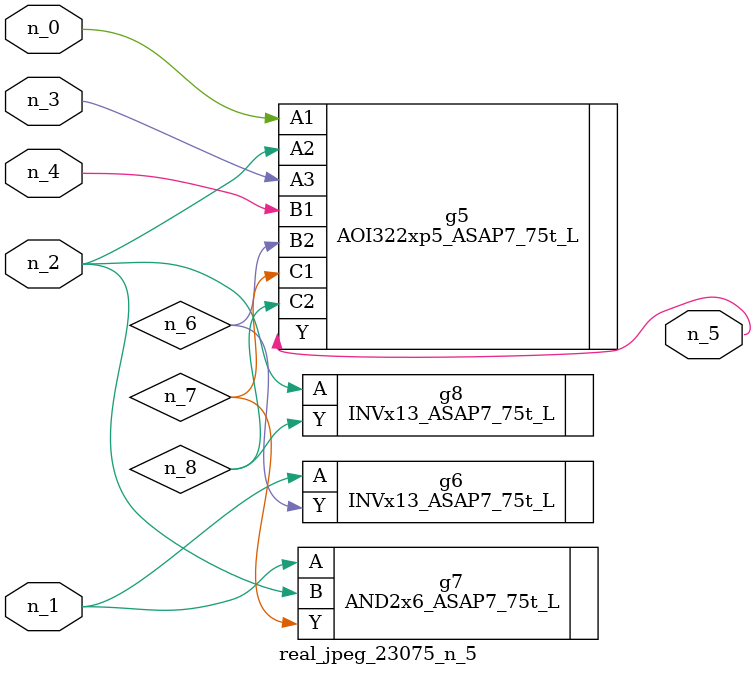
<source format=v>
module real_jpeg_23075_n_5 (n_4, n_0, n_1, n_2, n_3, n_5);

input n_4;
input n_0;
input n_1;
input n_2;
input n_3;

output n_5;

wire n_8;
wire n_6;
wire n_7;

AOI322xp5_ASAP7_75t_L g5 ( 
.A1(n_0),
.A2(n_2),
.A3(n_3),
.B1(n_4),
.B2(n_6),
.C1(n_7),
.C2(n_8),
.Y(n_5)
);

INVx13_ASAP7_75t_L g6 ( 
.A(n_1),
.Y(n_6)
);

AND2x6_ASAP7_75t_L g7 ( 
.A(n_1),
.B(n_2),
.Y(n_7)
);

INVx13_ASAP7_75t_L g8 ( 
.A(n_2),
.Y(n_8)
);


endmodule
</source>
